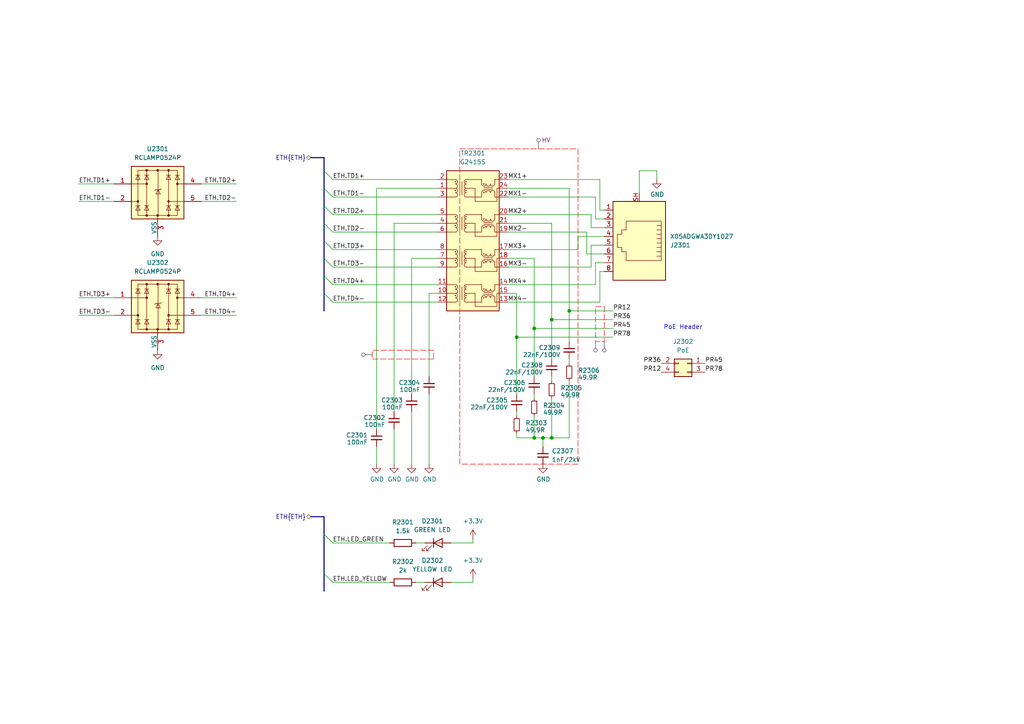
<source format=kicad_sch>
(kicad_sch (version 20250114) (generator "eeschema") (generator_version "9.0")
  (paper "A4")
  (title_block (title "HALPI2") (date "2025-02-26") (rev "v0.1.0") (company "Hat Labs Oy") (comment 1 "https://ohwr.org/cern_ohl_s_v2.pdf") (comment 2 "To view a copy of this license, visit ") (comment 3 "HALPI2 is licensed under CERN-OHL-S v2."))
  (lib_symbols
    (symbol "Connector:RJ45_Shielded" (pin_names (offset 1.016))
      (property "Reference" "J" (at -5.08 13.97 0))
      (property "Value" "RJ45_Shielded" (at 2.54 13.97 0))
      (symbol "RJ45_Shielded_0_1"
        (polyline (pts (xy -6.35 1.905) (xy -5.08 1.905) (xy -5.08 1.905)))
        (polyline (pts (xy -6.35 0.635) (xy -5.08 0.635) (xy -5.08 0.635)))
        (polyline (pts (xy -6.35 -0.635) (xy -5.08 -0.635) (xy -5.08 -0.635)))
        (polyline (pts (xy -6.35 -1.905) (xy -5.08 -1.905) (xy -5.08 -1.905)))
        (polyline (pts (xy -6.35 -3.175) (xy -5.08 -3.175) (xy -5.08 -3.175)))
        (polyline (pts (xy -6.35 -4.445) (xy -6.35 6.985) (xy 3.81 6.985) (xy 3.81 4.445) (xy 5.08 4.445) (xy 5.08 3.175) (xy 6.35 3.175) (xy 6.35 -0.635) (xy 5.08 -0.635) (xy 5.08 -1.905) (xy 3.81 -1.905) (xy 3.81 -4.445) (xy -6.35 -4.445) (xy -6.35 -4.445)))
        (polyline (pts (xy -5.08 5.715) (xy -6.35 5.715)))
        (polyline (pts (xy -5.08 4.445) (xy -6.35 4.445)))
        (polyline (pts (xy -5.08 3.175) (xy -6.35 3.175) (xy -6.35 3.175)))
        (rectangle (start 7.62 12.7) (end -7.62 -10.16) (stroke (width 0.254)) (fill (type background)))
      )
      (symbol "RJ45_Shielded_1_1"
        (pin passive line (at 0 -12.7 90) (length 2.54) (name "~") (number "SH"))
        (pin passive line (at 10.16 10.16 180) (length 2.54) (name "~") (number "8"))
        (pin passive line (at 10.16 7.62 180) (length 2.54) (name "~") (number "7"))
        (pin passive line (at 10.16 5.08 180) (length 2.54) (name "~") (number "6"))
        (pin passive line (at 10.16 2.54 180) (length 2.54) (name "~") (number "5"))
        (pin passive line (at 10.16 0 180) (length 2.54) (name "~") (number "4"))
        (pin passive line (at 10.16 -2.54 180) (length 2.54) (name "~") (number "3"))
        (pin passive line (at 10.16 -5.08 180) (length 2.54) (name "~") (number "2"))
        (pin passive line (at 10.16 -7.62 180) (length 2.54) (name "~") (number "1"))
      )
    )
    (symbol "Connector_Generic:Conn_02x02_Odd_Even" (pin_names (offset 1.016) (hide yes))
      (property "Reference" "J" (at 1.27 2.54 0))
      (property "Value" "Conn_02x02_Odd_Even" (at 1.27 -5.08 0))
      (symbol "Conn_02x02_Odd_Even_1_1"
        (rectangle (start -1.27 1.27) (end 3.81 -3.81) (stroke (width 0.254)) (fill (type background)))
        (rectangle (start -1.27 0.127) (end 0 -0.127) (stroke (width 0.1524)))
        (rectangle (start -1.27 -2.413) (end 0 -2.667) (stroke (width 0.1524)))
        (rectangle (start 3.81 0.127) (end 2.54 -0.127) (stroke (width 0.1524)))
        (rectangle (start 3.81 -2.413) (end 2.54 -2.667) (stroke (width 0.1524)))
        (pin passive line (at -5.08 0 0) (length 3.81) (name "Pin_1") (number "1"))
        (pin passive line (at -5.08 -2.54 0) (length 3.81) (name "Pin_3") (number "3"))
        (pin passive line (at 7.62 0 180) (length 3.81) (name "Pin_2") (number "2"))
        (pin passive line (at 7.62 -2.54 180) (length 3.81) (name "Pin_4") (number "4"))
      )
    )
    (symbol "Device:C_Small" (pin_numbers (hide yes)) (pin_names (offset 0.254) (hide yes))
      (property "Reference" "C" (at 0.254 1.778 0))
      (property "Value" "C_Small" (at 0.254 -2.032 0))
      (symbol "C_Small_0_1"
        (polyline (pts (xy -1.524 0.508) (xy 1.524 0.508)) (stroke (width 0.3048)))
        (polyline (pts (xy -1.524 -0.508) (xy 1.524 -0.508)) (stroke (width 0.3302)))
      )
      (symbol "C_Small_1_1"
        (pin passive line (at 0 2.54 270) (length 2.032) (name "~") (number "1"))
        (pin passive line (at 0 -2.54 90) (length 2.032) (name "~") (number "2"))
      )
    )
    (symbol "Device:LED" (pin_numbers (hide yes)) (pin_names (offset 1.016) (hide yes))
      (property "Reference" "D" (at 0 2.54 0))
      (property "Value" "LED" (at 0 -2.54 0))
      (symbol "LED_0_1"
        (polyline (pts (xy -3.048 -0.762) (xy -4.572 -2.286) (xy -3.81 -2.286) (xy -4.572 -2.286) (xy -4.572 -1.524)))
        (polyline (pts (xy -1.778 -0.762) (xy -3.302 -2.286) (xy -2.54 -2.286) (xy -3.302 -2.286) (xy -3.302 -1.524)))
        (polyline (pts (xy -1.27 0) (xy 1.27 0)))
        (polyline (pts (xy -1.27 -1.27) (xy -1.27 1.27)) (stroke (width 0.254)))
        (polyline (pts (xy 1.27 -1.27) (xy 1.27 1.27) (xy -1.27 0) (xy 1.27 -1.27)) (stroke (width 0.254)))
      )
      (symbol "LED_1_1"
        (pin passive line (at -3.81 0 0) (length 2.54) (name "K") (number "1"))
        (pin passive line (at 3.81 0 180) (length 2.54) (name "A") (number "2"))
      )
    )
    (symbol "Device:R" (pin_numbers (hide yes)) (pin_names (offset 0))
      (property "Reference" "R" (at 2.032 0 90))
      (property "Value" "R" (at 0 0 90))
      (symbol "R_0_1"
        (rectangle (start -1.016 -2.54) (end 1.016 2.54) (stroke (width 0.254)))
      )
      (symbol "R_1_1"
        (pin passive line (at 0 3.81 270) (length 1.27) (name "~") (number "1"))
        (pin passive line (at 0 -3.81 90) (length 1.27) (name "~") (number "2"))
      )
    )
    (symbol "Device:R_Small" (pin_numbers (hide yes)) (pin_names (offset 0.254) (hide yes))
      (property "Reference" "R" (at 0.762 0.508 0))
      (property "Value" "R_Small" (at 0.762 -1.016 0))
      (symbol "R_Small_0_1"
        (rectangle (start -0.762 1.778) (end 0.762 -1.778) (stroke (width 0.2032)))
      )
      (symbol "R_Small_1_1"
        (pin passive line (at 0 2.54 270) (length 0.762) (name "~") (number "1"))
        (pin passive line (at 0 -2.54 90) (length 0.762) (name "~") (number "2"))
      )
    )
    (symbol "Hatlabs:RCLAMP0524P" (pin_names (offset 0))
      (property "Reference" "U" (at -0.635 8.89 0))
      (property "Value" "RCLAMP0524P" (at 8.89 -10.16 0))
      (symbol "RCLAMP0524P_0_0"
        (rectangle (start -5.715 6.477) (end 5.715 -6.604))
        (polyline (pts (xy -3.175 -6.604) (xy -3.175 6.477)))
        (polyline (pts (xy 0.127 6.477) (xy 0.127 -6.604)))
        (polyline (pts (xy 3.175 6.477) (xy 3.175 -6.604)))
      )
      (symbol "RCLAMP0524P_0_1"
        (polyline (pts (xy -7.747 2.54) (xy -3.175 2.54)))
        (rectangle (start -7.62 7.62) (end 7.62 -7.62) (stroke (width 0.254)) (fill (type background)))
        (polyline (pts (xy -7.62 -2.54) (xy -5.715 -2.54)))
        (circle (center -5.715 -2.54) (radius 0.2794) (fill (type outline)))
        (polyline (pts (xy -5.08 5.08) (xy -6.35 5.08)))
        (polyline (pts (xy -5.08 3.81) (xy -6.35 3.81) (xy -5.715 5.08) (xy -5.08 3.81)))
        (polyline (pts (xy -5.08 -3.81) (xy -6.35 -3.81)))
        (polyline (pts (xy -5.08 -5.08) (xy -6.35 -5.08) (xy -5.715 -3.81) (xy -5.08 -5.08)))
        (circle (center -3.175 6.477) (radius 0.2794) (fill (type outline)))
        (circle (center -3.175 2.54) (radius 0.2794) (fill (type outline)))
        (circle (center -3.175 -6.604) (radius 0.2794) (fill (type outline)))
        (polyline (pts (xy -2.54 5.08) (xy -3.81 5.08)))
        (polyline (pts (xy -2.54 3.81) (xy -3.81 3.81) (xy -3.175 5.08) (xy -2.54 3.81)))
        (polyline (pts (xy -2.54 -3.81) (xy -3.81 -3.81)))
        (polyline (pts (xy -2.54 -5.08) (xy -3.81 -5.08) (xy -3.175 -3.81) (xy -2.54 -5.08)))
        (polyline (pts (xy -0.508 0.889) (xy -0.889 0.635)))
        (circle (center 0 6.477) (radius 0.2794) (fill (type outline)))
        (polyline (pts (xy 0 -6.604) (xy 0 -7.62)))
        (circle (center 0 -6.604) (radius 0.2794) (fill (type outline)))
        (polyline (pts (xy 0.762 0.889) (xy -0.508 0.889)))
        (polyline (pts (xy 0.762 0.889) (xy 1.143 1.143)))
        (polyline (pts (xy 0.762 -0.381) (xy -0.508 -0.381) (xy 0.127 0.889) (xy 0.762 -0.381)))
        (circle (center 3.175 6.477) (radius 0.2794) (fill (type outline)))
        (circle (center 3.175 -2.54) (radius 0.2794) (fill (type outline)))
        (circle (center 3.175 -6.604) (radius 0.2794) (fill (type outline)))
        (polyline (pts (xy 3.81 5.08) (xy 2.54 5.08)))
        (polyline (pts (xy 3.81 3.81) (xy 2.54 3.81) (xy 3.175 5.08) (xy 3.81 3.81)))
        (polyline (pts (xy 3.81 -3.81) (xy 2.54 -3.81)))
        (polyline (pts (xy 3.81 -5.08) (xy 2.54 -5.08) (xy 3.175 -3.81) (xy 3.81 -5.08)))
        (circle (center 5.715 2.54) (radius 0.2794) (fill (type outline)))
        (polyline (pts (xy 6.35 5.08) (xy 5.08 5.08)))
        (polyline (pts (xy 6.35 3.81) (xy 5.08 3.81) (xy 5.715 5.08) (xy 6.35 3.81)))
        (polyline (pts (xy 6.35 -3.81) (xy 5.08 -3.81)))
        (polyline (pts (xy 6.35 -5.08) (xy 5.08 -5.08) (xy 5.715 -3.81) (xy 6.35 -5.08)))
        (polyline (pts (xy 7.62 2.54) (xy 5.715 2.54)))
        (polyline (pts (xy 7.62 -2.54) (xy 3.175 -2.54)))
      )
      (symbol "RCLAMP0524P_1_1"
        (pin passive line (at -12.7 2.54 0) (length 5.08) (name "~") (number "1"))
        (pin passive line (at -12.7 2.54 0) (length 5.08) (hide yes) (name "") (number "10"))
        (pin passive line (at -12.7 -2.54 0) (length 5.08) (name "~") (number "2"))
        (pin passive line (at -12.7 -2.54 0) (length 5.08) (hide yes) (name "") (number "9"))
        (pin power_in line (at 0 -12.7 90) (length 5.08) (name "VSS") (number "3"))
        (pin passive line (at 0 -12.7 90) (length 5.08) (hide yes) (name "VSS") (number "8"))
        (pin passive line (at 12.7 2.54 180) (length 5.08) (name "~") (number "4"))
        (pin passive line (at 12.7 2.54 180) (length 5.08) (hide yes) (name "") (number "7"))
        (pin passive line (at 12.7 -2.54 180) (length 5.08) (name "~") (number "5"))
        (pin passive line (at 12.7 -2.54 180) (length 5.08) (hide yes) (name "") (number "6"))
      )
    )
    (symbol "Transformer:30F-51NL" (pin_names (offset 1.016) (hide yes))
      (property "Reference" "TR" (at -6.35 21.59 0))
      (property "Value" "30F-51NL" (at 2.54 21.59 0))
      (symbol "30F-51NL_0_1"
        (rectangle (start -7.62 20.32) (end 7.62 -20.32) (stroke (width 0.254)) (fill (type background)))
        (polyline (pts (xy 0.635 15.24) (xy 0.635 11.43) (xy 6.985 11.43) (xy 6.985 15.24) (xy 7.62 15.24)))
        (polyline (pts (xy 0.635 5.08) (xy 0.635 1.27) (xy 6.985 1.27) (xy 6.985 5.08) (xy 7.62 5.08)))
        (polyline (pts (xy 0.635 -5.08) (xy 0.635 -8.89) (xy 6.985 -8.89) (xy 6.985 -5.08) (xy 7.62 -5.08)))
        (polyline (pts (xy 0.635 -15.24) (xy 0.635 -19.05) (xy 6.985 -19.05) (xy 6.985 -15.24) (xy 7.62 -15.24)))
        (polyline (pts (xy 2.54 17.78) (xy 2.54 16.51)))
        (polyline (pts (xy 2.54 13.97) (xy 2.54 12.7)))
        (polyline (pts (xy 2.54 7.62) (xy 2.54 6.35)))
        (polyline (pts (xy 2.54 3.81) (xy 2.54 2.54)))
        (polyline (pts (xy 2.54 -2.54) (xy 2.54 -3.81)))
        (polyline (pts (xy 2.54 -6.35) (xy 2.54 -7.62)))
        (polyline (pts (xy 2.54 -12.7) (xy 2.54 -13.97)))
        (polyline (pts (xy 2.54 -16.51) (xy 2.54 -17.78)))
        (polyline (pts (xy 6.35 16.51) (xy 6.35 17.78)))
        (polyline (pts (xy 6.35 12.7) (xy 6.35 13.97)))
        (polyline (pts (xy 6.35 6.35) (xy 6.35 7.62)))
        (polyline (pts (xy 6.35 2.54) (xy 6.35 3.81)))
        (polyline (pts (xy 6.35 -3.81) (xy 6.35 -2.54)))
        (polyline (pts (xy 6.35 -7.62) (xy 6.35 -6.35)))
        (polyline (pts (xy 6.35 -13.97) (xy 6.35 -12.7)))
        (polyline (pts (xy 6.35 -17.78) (xy 6.35 -16.51)))
        (polyline (pts (xy 7.62 15.24) (xy 7.62 15.24)))
        (pin passive line (at -10.16 17.78 0) (length 2.54) (name "TD1+") (number "2"))
        (pin passive line (at -10.16 15.24 0) (length 2.54) (name "CT") (number "1"))
        (pin passive line (at -10.16 12.7 0) (length 2.54) (name "TD1-") (number "3"))
        (pin passive line (at -10.16 7.62 0) (length 2.54) (name "TD2+") (number "5"))
        (pin passive line (at -10.16 5.08 0) (length 2.54) (name "CT") (number "4"))
        (pin passive line (at -10.16 2.54 0) (length 2.54) (name "TD2-") (number "6"))
        (pin passive line (at -10.16 -2.54 0) (length 2.54) (name "TD3+") (number "8"))
        (pin passive line (at -10.16 -5.08 0) (length 2.54) (name "CT") (number "7"))
        (pin passive line (at -10.16 -7.62 0) (length 2.54) (name "TD3-") (number "9"))
        (pin passive line (at -10.16 -12.7 0) (length 2.54) (name "TD4+") (number "11"))
        (pin passive line (at -10.16 -15.24 0) (length 2.54) (name "CT") (number "10"))
        (pin passive line (at -10.16 -17.78 0) (length 2.54) (name "TD4-") (number "12"))
        (pin passive line (at 10.16 17.78 180) (length 2.54) (name "MX1+") (number "23"))
        (pin passive line (at 10.16 15.24 180) (length 2.54) (name "CT") (number "24"))
        (pin passive line (at 10.16 12.7 180) (length 2.54) (name "MX1-") (number "22"))
        (pin passive line (at 10.16 7.62 180) (length 2.54) (name "MX2+") (number "20"))
        (pin passive line (at 10.16 5.08 180) (length 2.54) (name "CT") (number "21"))
        (pin passive line (at 10.16 2.54 180) (length 2.54) (name "MX2-") (number "19"))
        (pin passive line (at 10.16 -2.54 180) (length 2.54) (name "MX3+") (number "17"))
        (pin passive line (at 10.16 -5.08 180) (length 2.54) (name "CT") (number "18"))
        (pin passive line (at 10.16 -7.62 180) (length 2.54) (name "MX3-") (number "16"))
        (pin passive line (at 10.16 -12.7 180) (length 2.54) (name "MX4+") (number "14"))
        (pin passive line (at 10.16 -15.24 180) (length 2.54) (name "CT") (number "15"))
        (pin passive line (at 10.16 -17.78 180) (length 2.54) (name "MX4-") (number "13"))
      )
      (symbol "30F-51NL_1_1"
        (polyline (pts (xy -7.62 17.78) (xy -6.35 17.78)))
        (polyline (pts (xy -7.62 15.24) (xy -6.35 15.24)))
        (polyline (pts (xy -7.62 12.7) (xy -6.35 12.7)))
        (polyline (pts (xy -7.62 7.62) (xy -6.35 7.62)))
        (polyline (pts (xy -7.62 5.08) (xy -6.35 5.08)))
        (polyline (pts (xy -7.62 2.54) (xy -6.35 2.54)))
        (polyline (pts (xy -7.62 -2.54) (xy -6.35 -2.54)))
        (polyline (pts (xy -7.62 -5.08) (xy -6.35 -5.08)))
        (polyline (pts (xy -7.62 -7.62) (xy -6.35 -7.62)))
        (polyline (pts (xy -7.62 -12.7) (xy -6.35 -12.7)))
        (polyline (pts (xy -7.62 -15.24) (xy -6.35 -15.24)))
        (polyline (pts (xy -7.62 -17.78) (xy -6.35 -17.78)))
        (polyline (pts (xy -6.35 17.78) (xy -5.08 17.78)))
        (polyline (pts (xy -6.35 15.24) (xy -5.08 15.24)))
        (polyline (pts (xy -6.35 12.7) (xy -5.08 12.7)))
        (polyline (pts (xy -6.35 7.62) (xy -5.08 7.62)))
        (polyline (pts (xy -6.35 5.08) (xy -5.08 5.08)))
        (polyline (pts (xy -6.35 2.54) (xy -5.08 2.54)))
        (polyline (pts (xy -6.35 -2.54) (xy -5.08 -2.54)))
        (polyline (pts (xy -6.35 -5.08) (xy -5.08 -5.08)))
        (polyline (pts (xy -6.35 -7.62) (xy -5.08 -7.62)))
        (polyline (pts (xy -6.35 -12.7) (xy -5.08 -12.7)))
        (polyline (pts (xy -6.35 -15.24) (xy -5.08 -15.24)))
        (polyline (pts (xy -6.35 -17.78) (xy -5.08 -17.78)))
        (arc (start -5.08 17.78) (mid -4.4477 17.145) (end -5.08 16.51))
        (arc (start -5.08 16.51) (mid -4.4477 15.875) (end -5.08 15.24))
        (arc (start -5.08 15.24) (mid -4.4477 14.605) (end -5.08 13.97))
        (arc (start -5.08 13.97) (mid -4.4477 13.335) (end -5.08 12.7))
        (arc (start -5.08 7.62) (mid -4.4477 6.985) (end -5.08 6.35))
        (arc (start -5.08 6.35) (mid -4.4477 5.715) (end -5.08 5.08))
        (arc (start -5.08 5.08) (mid -4.4477 4.445) (end -5.08 3.81))
        (arc (start -5.08 3.81) (mid -4.4477 3.175) (end -5.08 2.54))
        (arc (start -5.08 -2.54) (mid -4.4477 -3.175) (end -5.08 -3.81))
        (arc (start -5.08 -3.81) (mid -4.4477 -4.445) (end -5.08 -5.08))
        (arc (start -5.08 -5.08) (mid -4.4477 -5.715) (end -5.08 -6.35))
        (arc (start -5.08 -6.35) (mid -4.4477 -6.985) (end -5.08 -7.62))
        (arc (start -5.08 -12.7) (mid -4.4477 -13.335) (end -5.08 -13.97))
        (arc (start -5.08 -13.97) (mid -4.4477 -14.605) (end -5.08 -15.24))
        (arc (start -5.08 -15.24) (mid -4.4477 -15.875) (end -5.08 -16.51))
        (arc (start -5.08 -16.51) (mid -4.4477 -17.145) (end -5.08 -17.78))
        (circle (center -5.08 17.145) (radius 0.127))
        (circle (center -5.08 14.605) (radius 0.127))
        (circle (center -5.08 6.985) (radius 0.127))
        (circle (center -5.08 4.445) (radius 0.127))
        (circle (center -5.08 -3.175) (radius 0.127))
        (circle (center -5.08 -5.715) (radius 0.127))
        (circle (center -5.08 -13.335) (radius 0.127))
        (circle (center -5.08 -15.875) (radius 0.127))
        (polyline (pts (xy -3.81 13.335) (xy -3.81 17.145)))
        (polyline (pts (xy -3.81 3.175) (xy -3.81 6.985)))
        (polyline (pts (xy -3.81 -6.985) (xy -3.81 -3.175)))
        (polyline (pts (xy -3.81 -17.145) (xy -3.81 -13.335)))
        (polyline (pts (xy -3.175 13.335) (xy -3.175 17.145)))
        (polyline (pts (xy -3.175 3.175) (xy -3.175 6.985)))
        (polyline (pts (xy -3.175 -6.985) (xy -3.175 -3.175)))
        (polyline (pts (xy -3.175 -17.145) (xy -3.175 -13.335)))
        (circle (center -2.032 17.145) (radius 0.127))
        (circle (center -2.032 14.605) (radius 0.127))
        (circle (center -2.032 6.985) (radius 0.127))
        (circle (center -2.032 4.445) (radius 0.127))
        (circle (center -2.032 -3.175) (radius 0.127))
        (circle (center -2.032 -5.715) (radius 0.127))
        (circle (center -2.032 -13.335) (radius 0.127))
        (circle (center -2.032 -15.875) (radius 0.127))
        (arc (start -1.905 16.51) (mid -2.5373 17.145) (end -1.905 17.78))
        (arc (start -1.905 15.24) (mid -2.5373 15.875) (end -1.905 16.51))
        (arc (start -1.905 13.97) (mid -2.5373 14.605) (end -1.905 15.24))
        (arc (start -1.905 12.7) (mid -2.5373 13.335) (end -1.905 13.97))
        (arc (start -1.905 6.35) (mid -2.5373 6.985) (end -1.905 7.62))
        (arc (start -1.905 5.08) (mid -2.5373 5.715) (end -1.905 6.35))
        (arc (start -1.905 3.81) (mid -2.5373 4.445) (end -1.905 5.08))
        (arc (start -1.905 2.54) (mid -2.5373 3.175) (end -1.905 3.81))
        (arc (start -1.905 -3.81) (mid -2.5373 -3.175) (end -1.905 -2.54))
        (arc (start -1.905 -5.08) (mid -2.5373 -4.445) (end -1.905 -3.81))
        (arc (start -1.905 -6.35) (mid -2.5373 -5.715) (end -1.905 -5.08))
        (arc (start -1.905 -7.62) (mid -2.5373 -6.985) (end -1.905 -6.35))
        (arc (start -1.905 -13.97) (mid -2.5373 -13.335) (end -1.905 -12.7))
        (arc (start -1.905 -15.24) (mid -2.5373 -14.605) (end -1.905 -13.97))
        (arc (start -1.905 -16.51) (mid -2.5373 -15.875) (end -1.905 -15.24))
        (arc (start -1.905 -17.78) (mid -2.5373 -17.145) (end -1.905 -16.51))
        (polyline (pts (xy 0.635 15.24) (xy -1.905 15.24)))
        (polyline (pts (xy 0.635 5.08) (xy -1.905 5.08)))
        (polyline (pts (xy 0.635 -5.08) (xy -1.905 -5.08)))
        (polyline (pts (xy 0.635 -15.24) (xy -1.905 -15.24)))
        (polyline (pts (xy 2.54 17.78) (xy -1.905 17.78)))
        (polyline (pts (xy 2.54 12.7) (xy -1.905 12.7)))
        (polyline (pts (xy 2.54 7.62) (xy -1.905 7.62)))
        (polyline (pts (xy 2.54 2.54) (xy -1.905 2.54)))
        (polyline (pts (xy 2.54 -2.54) (xy -1.905 -2.54)))
        (polyline (pts (xy 2.54 -7.62) (xy -1.905 -7.62)))
        (polyline (pts (xy 2.54 -12.7) (xy -1.905 -12.7)))
        (polyline (pts (xy 2.54 -17.78) (xy -1.905 -17.78)))
        (arc (start 3.81 16.51) (mid 3.175 15.8777) (end 2.54 16.51))
        (circle (center 3.175 16.51) (radius 0.127))
        (circle (center 3.175 13.97) (radius 0.127))
        (arc (start 2.54 13.97) (mid 3.175 14.6023) (end 3.81 13.97))
        (arc (start 3.81 6.35) (mid 3.175 5.7177) (end 2.54 6.35))
        (circle (center 3.175 6.35) (radius 0.127))
        (circle (center 3.175 3.81) (radius 0.127))
        (arc (start 2.54 3.81) (mid 3.175 4.4423) (end 3.81 3.81))
        (arc (start 3.81 -3.81) (mid 3.175 -4.4423) (end 2.54 -3.81))
        (circle (center 3.175 -3.81) (radius 0.127))
        (circle (center 3.175 -6.35) (radius 0.127))
        (arc (start 2.54 -6.35) (mid 3.175 -5.7177) (end 3.81 -6.35))
        (arc (start 3.81 -13.97) (mid 3.175 -14.6023) (end 2.54 -13.97))
        (circle (center 3.175 -13.97) (radius 0.127))
        (circle (center 3.175 -16.51) (radius 0.127))
        (arc (start 2.54 -16.51) (mid 3.175 -15.8777) (end 3.81 -16.51))
        (arc (start 5.08 16.51) (mid 4.445 15.8777) (end 3.81 16.51))
        (arc (start 3.81 13.97) (mid 4.445 14.6023) (end 5.08 13.97))
        (arc (start 5.08 6.35) (mid 4.445 5.7177) (end 3.81 6.35))
        (arc (start 3.81 3.81) (mid 4.445 4.4423) (end 5.08 3.81))
        (arc (start 5.08 -3.81) (mid 4.445 -4.4423) (end 3.81 -3.81))
        (arc (start 3.81 -6.35) (mid 4.445 -5.7177) (end 5.08 -6.35))
        (arc (start 5.08 -13.97) (mid 4.445 -14.6023) (end 3.81 -13.97))
        (arc (start 3.81 -16.51) (mid 4.445 -15.8777) (end 5.08 -16.51))
        (arc (start 6.35 16.51) (mid 5.715 15.8777) (end 5.08 16.51))
        (polyline (pts (xy 5.715 15.494) (xy 3.175 15.494)))
        (polyline (pts (xy 5.715 14.986) (xy 3.175 14.986)))
        (arc (start 5.08 13.97) (mid 5.715 14.6023) (end 6.35 13.97))
        (arc (start 6.35 6.35) (mid 5.715 5.7177) (end 5.08 6.35))
        (polyline (pts (xy 5.715 5.334) (xy 3.175 5.334)))
        (polyline (pts (xy 5.715 4.826) (xy 3.175 4.826)))
        (arc (start 5.08 3.81) (mid 5.715 4.4423) (end 6.35 3.81))
        (arc (start 6.35 -3.81) (mid 5.715 -4.4423) (end 5.08 -3.81))
        (polyline (pts (xy 5.715 -4.826) (xy 3.175 -4.826)))
        (polyline (pts (xy 5.715 -5.334) (xy 3.175 -5.334)))
        (arc (start 5.08 -6.35) (mid 5.715 -5.7177) (end 6.35 -6.35))
        (arc (start 6.35 -13.97) (mid 5.715 -14.6023) (end 5.08 -13.97))
        (polyline (pts (xy 5.715 -14.986) (xy 3.175 -14.986)))
        (polyline (pts (xy 5.715 -15.494) (xy 3.175 -15.494)))
        (arc (start 5.08 -16.51) (mid 5.715 -15.8777) (end 6.35 -16.51))
        (polyline (pts (xy 7.62 17.78) (xy 6.35 17.78)))
        (polyline (pts (xy 7.62 12.7) (xy 6.35 12.7)))
        (polyline (pts (xy 7.62 7.62) (xy 6.35 7.62)))
        (polyline (pts (xy 7.62 2.54) (xy 6.35 2.54)))
        (polyline (pts (xy 7.62 -2.54) (xy 6.35 -2.54)))
        (polyline (pts (xy 7.62 -7.62) (xy 6.35 -7.62)))
        (polyline (pts (xy 7.62 -12.7) (xy 6.35 -12.7)))
        (polyline (pts (xy 7.62 -17.78) (xy 6.35 -17.78)))
      )
    )
    (symbol "power:+3.3V" (power) (pin_numbers (hide yes)) (pin_names (offset 0) (hide yes))
      (property "Value" "+3.3V" (at 0 3.556 0))
      (symbol "+3.3V_0_1"
        (polyline (pts (xy -0.762 1.27) (xy 0 2.54)))
        (polyline (pts (xy 0 2.54) (xy 0.762 1.27)))
        (polyline (pts (xy 0 0) (xy 0 2.54)))
      )
      (symbol "+3.3V_1_1"
        (pin power_in line (at 0 0 90) (length 0) (name "~") (number "1"))
      )
    )
    (symbol "power:GND" (power) (pin_numbers (hide yes)) (pin_names (offset 0) (hide yes))
      (property "Value" "GND" (at 0 -3.81 0))
      (symbol "GND_0_1"
        (polyline (pts (xy 0 0) (xy 0 -1.27) (xy 1.27 -1.27) (xy 0 -2.54) (xy -1.27 -1.27) (xy 0 -1.27)))
      )
      (symbol "GND_1_1"
        (pin power_in line (at 0 0 270) (length 0) (name "~") (number "1"))
      )
    )
  )
  (bus_alias "ETH" (members "TD1+" "TD1-" "TD2+" "TD2-" "TD3+" "TD3-" "TD4+" "TD4-" "LED_YELLOW" "LED_GREEN"))
  (bus_alias "PoE" (members "VC1" "VC2" "VC3" "VC4"))
  (text "PoE Header" (at 198.12 94.996 0) (effects (font (size 1.27 1.27))))
  (junction (at 154.94 95.25))
  (junction (at 160.02 127))
  (junction (at 154.94 127))
  (junction (at 160.02 92.71))
  (junction (at 149.86 97.79))
  (junction (at 165.1 90.17))
  (junction (at 157.48 127))
  (bus_entry (at 93.98 49.53) (size 2.54 2.54) (stroke (width 0.1524)))
  (bus_entry (at 93.98 69.85) (size 2.54 2.54) (stroke (width 0.1524)))
  (bus_entry (at 93.98 59.69) (size 2.54 2.54) (stroke (width 0.1524)))
  (bus_entry (at 93.98 54.61) (size 2.54 2.54) (stroke (width 0.1524)))
  (bus_entry (at 93.98 64.77) (size 2.54 2.54) (stroke (width 0.1524)))
  (bus_entry (at 93.98 80.01) (size 2.54 2.54) (stroke (width 0.1524)))
  (bus_entry (at 93.98 154.94) (size 2.54 2.54))
  (bus_entry (at 93.98 85.09) (size 2.54 2.54) (stroke (width 0.1524)))
  (bus_entry (at 93.98 74.93) (size 2.54 2.54) (stroke (width 0.1524)))
  (bus_entry (at 93.98 166.37) (size 2.54 2.54))
  (wire (pts (xy 165.1 110.49) (xy 165.1 127)))
  (wire (pts (xy 190.5 52.07) (xy 190.5 49.53)))
  (wire (pts (xy 165.1 54.61) (xy 165.1 90.17)))
  (wire (pts (xy 147.32 82.55) (xy 172.72 82.55)))
  (wire (pts (xy 175.26 78.74) (xy 173.99 78.74)))
  (wire (pts (xy 22.86 58.42) (xy 33.02 58.42)))
  (wire (pts (xy 160.02 109.22) (xy 160.02 110.49)))
  (bus (pts (xy 93.98 49.53) (xy 93.98 54.61)))
  (wire (pts (xy 120.65 157.48) (xy 123.19 157.48)))
  (bus (pts (xy 93.98 74.93) (xy 93.98 80.01)))
  (bus (pts (xy 93.98 80.01) (xy 93.98 85.09)))
  (bus (pts (xy 93.98 149.86) (xy 93.98 154.94)))
  (wire (pts (xy 96.52 62.23) (xy 127 62.23)))
  (wire (pts (xy 170.18 73.66) (xy 170.18 67.31)))
  (wire (pts (xy 154.94 115.57) (xy 154.94 114.3)))
  (wire (pts (xy 154.94 74.93) (xy 147.32 74.93)))
  (bus (pts (xy 93.98 166.37) (xy 93.98 171.45)))
  (wire (pts (xy 160.02 64.77) (xy 147.32 64.77)))
  (wire (pts (xy 160.02 115.57) (xy 160.02 127)))
  (wire (pts (xy 149.86 85.09) (xy 149.86 97.79)))
  (wire (pts (xy 165.1 105.41) (xy 165.1 104.14)))
  (wire (pts (xy 172.72 63.5) (xy 172.72 57.15)))
  (wire (pts (xy 109.22 134.62) (xy 109.22 129.54)))
  (wire (pts (xy 167.64 68.58) (xy 167.64 72.39)))
  (wire (pts (xy 58.42 86.36) (xy 68.58 86.36)))
  (wire (pts (xy 175.26 71.12) (xy 171.45 71.12)))
  (wire (pts (xy 96.52 157.48) (xy 113.03 157.48)))
  (wire (pts (xy 22.86 53.34) (xy 33.02 53.34)))
  (wire (pts (xy 171.45 66.04) (xy 171.45 62.23)))
  (bus (pts (xy 93.98 85.09) (xy 93.98 90.17)))
  (wire (pts (xy 157.48 127) (xy 160.02 127)))
  (bus (pts (xy 93.98 45.72) (xy 93.98 49.53)))
  (wire (pts (xy 124.46 134.62) (xy 124.46 114.3)))
  (wire (pts (xy 190.5 49.53) (xy 185.42 49.53)))
  (wire (pts (xy 22.86 91.44) (xy 33.02 91.44)))
  (wire (pts (xy 154.94 74.93) (xy 154.94 95.25)))
  (wire (pts (xy 171.45 77.47) (xy 147.32 77.47)))
  (bus (pts (xy 93.98 54.61) (xy 93.98 59.69)))
  (wire (pts (xy 171.45 71.12) (xy 171.45 77.47)))
  (wire (pts (xy 130.81 157.48) (xy 137.16 157.48)))
  (wire (pts (xy 114.3 119.38) (xy 114.3 64.77)))
  (bus (pts (xy 93.98 64.77) (xy 93.98 69.85)))
  (wire (pts (xy 175.26 76.2) (xy 172.72 76.2)))
  (wire (pts (xy 157.48 129.54) (xy 157.48 127)))
  (bus (pts (xy 93.98 69.85) (xy 93.98 74.93)))
  (wire (pts (xy 177.8 90.17) (xy 165.1 90.17)))
  (wire (pts (xy 137.16 167.64) (xy 137.16 168.91)))
  (wire (pts (xy 160.02 64.77) (xy 160.02 92.71)))
  (wire (pts (xy 119.38 134.62) (xy 119.38 119.38)))
  (wire (pts (xy 175.26 60.96) (xy 173.99 60.96)))
  (wire (pts (xy 165.1 54.61) (xy 147.32 54.61)))
  (wire (pts (xy 114.3 64.77) (xy 127 64.77)))
  (wire (pts (xy 154.94 127) (xy 157.48 127)))
  (wire (pts (xy 173.99 60.96) (xy 173.99 52.07)))
  (wire (pts (xy 185.42 49.53) (xy 185.42 55.88)))
  (wire (pts (xy 124.46 85.09) (xy 127 85.09)))
  (wire (pts (xy 96.52 67.31) (xy 127 67.31)))
  (wire (pts (xy 173.99 52.07) (xy 147.32 52.07)))
  (wire (pts (xy 165.1 90.17) (xy 165.1 99.06)))
  (wire (pts (xy 172.72 57.15) (xy 147.32 57.15)))
  (bus (pts (xy 93.98 59.69) (xy 93.98 64.77)))
  (wire (pts (xy 96.52 57.15) (xy 127 57.15)))
  (wire (pts (xy 149.86 125.73) (xy 149.86 127)))
  (wire (pts (xy 149.86 120.65) (xy 149.86 119.38)))
  (bus (pts (xy 93.98 154.94) (xy 93.98 166.37)))
  (wire (pts (xy 96.52 82.55) (xy 127 82.55)))
  (wire (pts (xy 109.22 54.61) (xy 109.22 124.46)))
  (wire (pts (xy 154.94 95.25) (xy 177.8 95.25)))
  (wire (pts (xy 175.26 73.66) (xy 170.18 73.66)))
  (wire (pts (xy 160.02 92.71) (xy 160.02 104.14)))
  (bus (pts (xy 90.17 149.86) (xy 93.98 149.86)))
  (wire (pts (xy 149.86 97.79) (xy 177.8 97.79)))
  (wire (pts (xy 167.64 72.39) (xy 147.32 72.39)))
  (wire (pts (xy 137.16 156.21) (xy 137.16 157.48)))
  (wire (pts (xy 120.65 168.91) (xy 123.19 168.91)))
  (wire (pts (xy 175.26 68.58) (xy 167.64 68.58)))
  (wire (pts (xy 96.52 168.91) (xy 113.03 168.91)))
  (wire (pts (xy 58.42 58.42) (xy 68.58 58.42)))
  (wire (pts (xy 149.86 127) (xy 154.94 127)))
  (wire (pts (xy 96.52 52.07) (xy 127 52.07)))
  (bus (pts (xy 90.17 45.72) (xy 93.98 45.72)))
  (wire (pts (xy 147.32 87.63) (xy 173.99 87.63)))
  (wire (pts (xy 149.86 97.79) (xy 149.86 114.3)))
  (wire (pts (xy 175.26 66.04) (xy 171.45 66.04)))
  (wire (pts (xy 165.1 127) (xy 160.02 127)))
  (wire (pts (xy 175.26 63.5) (xy 172.72 63.5)))
  (wire (pts (xy 22.86 86.36) (xy 33.02 86.36)))
  (wire (pts (xy 58.42 53.34) (xy 68.58 53.34)))
  (wire (pts (xy 114.3 134.62) (xy 114.3 124.46)))
  (wire (pts (xy 160.02 92.71) (xy 177.8 92.71)))
  (wire (pts (xy 173.99 78.74) (xy 173.99 87.63)))
  (wire (pts (xy 109.22 54.61) (xy 127 54.61)))
  (wire (pts (xy 96.52 87.63) (xy 127 87.63)))
  (wire (pts (xy 172.72 76.2) (xy 172.72 82.55)))
  (wire (pts (xy 96.52 77.47) (xy 127 77.47)))
  (wire (pts (xy 119.38 74.93) (xy 127 74.93)))
  (wire (pts (xy 137.16 168.91) (xy 130.81 168.91)))
  (wire (pts (xy 154.94 120.65) (xy 154.94 127)))
  (wire (pts (xy 96.52 72.39) (xy 127 72.39)))
  (wire (pts (xy 149.86 85.09) (xy 147.32 85.09)))
  (wire (pts (xy 154.94 109.22) (xy 154.94 95.25)))
  (wire (pts (xy 58.42 91.44) (xy 68.58 91.44)))
  (wire (pts (xy 124.46 85.09) (xy 124.46 109.22)))
  (wire (pts (xy 147.32 62.23) (xy 171.45 62.23)))
  (wire (pts (xy 170.18 67.31) (xy 147.32 67.31)))
  (wire (pts (xy 119.38 114.3) (xy 119.38 74.93)))
  (label "PR36" (at 177.8 92.71 0))
  (label "MX2-" (at 147.32 67.31 0))
  (label "PR45" (at 204.47 105.41 0))
  (label "ETH.TD1+" (at 96.52 52.07 0))
  (label "MX2+" (at 147.32 62.23 0))
  (label "ETH.TD2-" (at 68.58 58.42 180))
  (label "MX4+" (at 147.32 82.55 0))
  (label "ETH.TD4-" (at 68.58 91.44 180))
  (label "PR12" (at 191.77 107.95 180))
  (label "MX4-" (at 147.32 87.63 0))
  (label "ETH.TD1-" (at 96.52 57.15 0))
  (label "ETH.TD3+" (at 22.86 86.36 0))
  (label "ETH.TD2+" (at 68.58 53.34 180))
  (label "ETH.TD2-" (at 96.52 67.31 0))
  (label "PR78" (at 204.47 107.95 0))
  (label "ETH.TD1+" (at 22.86 53.34 0))
  (label "ETH.TD4+" (at 68.58 86.36 180))
  (label "ETH.TD3+" (at 96.52 72.39 0))
  (label "PR36" (at 191.77 105.41 180))
  (label "MX3-" (at 147.32 77.47 0))
  (label "ETH.TD3-" (at 22.86 91.44 0))
  (label "PR45" (at 177.8 95.25 0))
  (label "ETH.TD1-" (at 22.86 58.42 0))
  (label "ETH.TD2+" (at 96.52 62.23 0))
  (label "PR78" (at 177.8 97.79 0))
  (label "PR12" (at 177.8 90.17 0))
  (label "MX1-" (at 147.32 57.15 0))
  (label "ETH.TD4+" (at 96.52 82.55 0))
  (label "ETH.TD3-" (at 96.52 77.47 0))
  (label "MX1+" (at 147.32 52.07 0))
  (label "MX3+" (at 147.32 72.39 0))
  (label "ETH.LED_YELLOW" (at 96.52 168.91 0))
  (label "ETH.LED_GREEN" (at 96.52 157.48 0))
  (label "ETH.TD4-" (at 96.52 87.63 0))
  (hierarchical_label "ETH{ETH}" (shape bidirectional) (at 90.17 149.86 180))
  (hierarchical_label "ETH{ETH}" (shape bidirectional) (at 90.17 45.72 180))
  (rule_area (polyline (pts (xy 167.64 43.18) (xy 167.64 134.62) (xy 133.35 134.62) (xy 133.35 43.18)) (stroke (width 0) (type dash))))
  (rule_area (polyline (pts (xy 125.73 104.14) (xy 107.95 104.14) (xy 107.95 101.6) (xy 125.73 101.6)) (stroke (width 0) (type dash))))
  (rule_area (polyline (pts (xy 175.26 88.9) (xy 175.26 99.06) (xy 172.72 99.06) (xy 172.72 88.9)) (stroke (width 0) (type dash))))
  (netclass_flag "" (length 2.54) (shape round) (at 172.72 99.06 180) (property "Netclass" "Power" (effects (hide yes))))
  (netclass_flag "" (length 2.54) (shape round) (at 175.26 99.06 180) (property "Netclass" "PoETap" (effects (hide yes))))
  (netclass_flag "" (length 2.54) (shape round) (at 156.21 43.18 0) (property "Netclass" "HV" (at 157.099 40.64 0) (effects (justify left))))
  (netclass_flag "" (length 2.54) (shape round) (at 107.95 102.87 90) (property "Netclass" "Analog" (effects (hide yes))))
  (symbol (lib_id "Device:R") (at 116.84 168.91 90) (unit 1)
    (property "Reference" "R2302" (at 116.84 162.8775 90))
    (property "Value" "2k" (at 116.84 165.4175 90))
    (property "Footprint" "Resistor_SMD:R_0402_1005Metric" (effects (hide yes)))
    (property "Description" "Resistor" (effects (hide yes)))
    (property "LCSC" "C4109" (effects (hide yes)))
  )
  (symbol (lib_id "Device:C_Small") (at 157.48 132.08 0) (mirror y) (unit 1)
    (property "Reference" "C2307" (at 160.02 130.8162 0) (effects (justify right)))
    (property "Value" "1nF/2kV" (at 160.02 133.3562 0) (effects (justify right)))
    (property "Footprint" "Capacitor_SMD:C_1206_3216Metric" (effects (hide yes)))
    (property "Description" "Unpolarized capacitor, small symbol" (effects (hide yes)))
    (property "LCSC" "C9196" (effects (hide yes)))
  )
  (symbol (lib_id "Device:R") (at 116.84 157.48 90) (unit 1)
    (property "Reference" "R2301" (at 116.84 151.4475 90))
    (property "Value" "1.5k" (at 116.84 153.9875 90))
    (property "Footprint" "Resistor_SMD:R_0402_1005Metric" (effects (hide yes)))
    (property "Description" "Resistor" (effects (hide yes)))
    (property "LCSC" "C25867" (effects (hide yes)))
  )
  (symbol (lib_id "Connector:RJ45_Shielded") (at 185.42 68.58 180) (unit 1)
    (property "Reference" "J2301" (at 194.31 71.1201 0) (effects (justify right)))
    (property "Value" "X05ADGWA3DY1027" (at 194.31 68.5801 0) (effects (justify right)))
    (property "Footprint" "Hatlabs:RJ45-TH_XKB_X05ADGWA3DY1027" (effects (hide yes)))
    (property "Description" "RJ connector, 8P8C (8 positions 8 connected), Shielded" (effects (hide yes)))
    (property "LCSC" "C2916454" (effects (hide yes)))
    (property "Component Class" "fine_pitch" (effects (hide yes)))
  )
  (symbol (lib_id "Device:LED") (at 127 168.91 0) (unit 1)
    (property "Reference" "D2302" (at 125.4125 162.56 0))
    (property "Value" "YELLOW LED" (at 125.4125 165.1 0))
    (property "Footprint" "LED_SMD:LED_0603_1608Metric" (effects (hide yes)))
    (property "Description" "Light emitting diode" (effects (hide yes)))
    (property "LCSC" "C72038" (effects (hide yes)))
    (property "Sim.Pins" "1=K 2=A" (effects (hide yes)))
  )
  (symbol (lib_id "power:GND") (at 157.48 134.62 0) (unit 1)
    (property "Reference" "#PWR02309" (effects (hide yes)))
    (property "Value" "GND" (at 157.607 139.0142 0))
    (property "Description" "Power symbol creates a global label with name \"GND\" , ground" (effects (hide yes)))
  )
  (symbol (lib_id "Device:C_Small") (at 124.46 111.76 0) (unit 1)
    (property "Reference" "C2304" (at 121.92 110.998 0) (effects (justify right)))
    (property "Value" "100nF" (at 121.92 113.0362 0) (effects (justify right)))
    (property "Footprint" "Capacitor_SMD:C_0402_1005Metric" (effects (hide yes)))
    (property "Description" "Unpolarized capacitor, small symbol" (effects (hide yes)))
    (property "LCSC" "C1525" (effects (hide yes)))
  )
  (symbol (lib_id "Transformer:30F-51NL") (at 137.16 69.85 0) (unit 1)
    (property "Reference" "TR2301" (at 137.16 44.45 0))
    (property "Value" "G2415S" (at 137.16 46.99 0))
    (property "Footprint" "Transformer_SMD:Transformer_Ethernet_YDS_30F-51NL_SO-24_7.1x15.1mm" (effects (hide yes)))
    (property "Datasheet" "https://www.lcsc.com/datasheet/lcsc_datasheet_2410141446_CND-tek-G2415S_C3003219.pdf" (effects (hide yes)))
    (property "Description" "1CT:1CT 10/100/1000 Base-T Ethernet Transformer, SMD-24" (effects (hide yes)))
    (property "LCSC" "C3003219" (effects (hide yes)))
    (property "Component Class" "fine_pitch" (effects (hide yes)))
    (property "JLCPCB_CORRECTION" "0;0;270" (effects (hide yes)))
  )
  (symbol (lib_id "Device:C_Small") (at 165.1 101.6 0) (mirror y) (unit 1)
    (property "Reference" "C2309" (at 162.56 100.838 0) (effects (justify left)))
    (property "Value" "22nF/100V" (at 162.56 102.8762 0) (effects (justify left)))
    (property "Footprint" "Capacitor_SMD:C_0603_1608Metric" (effects (hide yes)))
    (property "Description" "Unpolarized capacitor, small symbol" (effects (hide yes)))
    (property "LCSC" "C313083" (effects (hide yes)))
  )
  (symbol (lib_id "Device:C_Small") (at 154.94 111.76 0) (mirror y) (unit 1)
    (property "Reference" "C2306" (at 152.4 110.998 0) (effects (justify left)))
    (property "Value" "22nF/100V" (at 152.4 113.0362 0) (effects (justify left)))
    (property "Footprint" "Capacitor_SMD:C_0603_1608Metric" (effects (hide yes)))
    (property "Description" "Unpolarized capacitor, small symbol" (effects (hide yes)))
    (property "LCSC" "C313083" (effects (hide yes)))
  )
  (symbol (lib_id "Device:R_Small") (at 165.1 107.95 0) (unit 1)
    (property "Reference" "R2306" (at 167.64 107.442 0) (effects (justify left)))
    (property "Value" "49.9R" (at 167.64 109.474 0) (effects (justify left)))
    (property "Footprint" "Resistor_SMD:R_0402_1005Metric" (effects (hide yes)))
    (property "Description" "Resistor, small symbol" (effects (hide yes)))
    (property "LCSC" "C25120" (effects (hide yes)))
  )
  (symbol (lib_id "Device:R_Small") (at 149.86 123.19 0) (mirror y) (unit 1)
    (property "Reference" "R2303" (at 152.4 122.682 0) (effects (justify right)))
    (property "Value" "49.9R" (at 152.4 124.714 0) (effects (justify right)))
    (property "Footprint" "Resistor_SMD:R_0402_1005Metric" (effects (hide yes)))
    (property "Description" "Resistor, small symbol" (effects (hide yes)))
    (property "LCSC" "C25120" (effects (hide yes)))
  )
  (symbol (lib_id "Device:C_Small") (at 149.86 116.84 0) (mirror y) (unit 1)
    (property "Reference" "C2305" (at 147.32 116.078 0) (effects (justify left)))
    (property "Value" "22nF/100V" (at 147.32 118.1162 0) (effects (justify left)))
    (property "Footprint" "Capacitor_SMD:C_0603_1608Metric" (effects (hide yes)))
    (property "Description" "Unpolarized capacitor, small symbol" (effects (hide yes)))
    (property "LCSC" "C313083" (effects (hide yes)))
  )
  (symbol (lib_id "power:GND") (at 45.72 68.58 0) (unit 1)
    (property "Reference" "#PWR02301" (effects (hide yes)))
    (property "Value" "GND" (at 45.72 73.66 0))
    (property "Description" "Power symbol creates a global label with name \"GND\" , ground" (effects (hide yes)))
  )
  (symbol (lib_id "Hatlabs:RCLAMP0524P") (at 45.72 88.9 0) (unit 1)
    (property "Reference" "U2302" (at 45.72 76.2 0))
    (property "Value" "RCLAMP0524P" (at 45.72 78.74 0))
    (property "Footprint" "Package_DFN_QFN:Diodes_UDFN-10_1.0x2.5mm_P0.5mm" (effects (hide yes)))
    (property "Datasheet" "http://www.ti.com/lit/ds/symlink/tpd2eusb30a.pdf" (effects (hide yes)))
    (property "Description" "4-Channel Low Capacitance TVS Diode Array, DFN-10" (effects (hide yes)))
    (property "LCSC" "C907837" (effects (hide yes)))
    (property "Component Class" "fine_pitch" (effects (hide yes)))
    (property "JLCPCB_CORRECTION" "0;0;270" (effects (hide yes)))
  )
  (symbol (lib_id "Device:LED") (at 127 157.48 0) (unit 1)
    (property "Reference" "D2301" (at 125.4125 151.13 0))
    (property "Value" "GREEN LED" (at 125.4125 153.67 0))
    (property "Footprint" "LED_SMD:LED_0603_1608Metric" (effects (hide yes)))
    (property "Description" "Light emitting diode" (effects (hide yes)))
    (property "LCSC" "C965804" (effects (hide yes)))
    (property "Sim.Pins" "1=K 2=A" (effects (hide yes)))
  )
  (symbol (lib_id "power:+3.3V") (at 137.16 156.21 0) (unit 1)
    (property "Reference" "#PWR02307" (effects (hide yes)))
    (property "Value" "+3.3V" (at 137.16 151.13 0))
    (property "Description" "Power symbol creates a global label with name \"+3.3V\"" (effects (hide yes)))
  )
  (symbol (lib_id "power:GND") (at 190.5 52.07 0) (unit 1)
    (property "Reference" "#PWR02310" (effects (hide yes)))
    (property "Value" "GND" (at 190.6143 56.3944 0))
    (property "Description" "Power symbol creates a global label with name \"GND\" , ground" (effects (hide yes)))
  )
  (symbol (lib_id "Device:C_Small") (at 109.22 127 0) (mirror y) (unit 1)
    (property "Reference" "C2301" (at 106.68 126.238 0) (effects (justify left)))
    (property "Value" "100nF" (at 106.68 128.2762 0) (effects (justify left)))
    (property "Footprint" "Capacitor_SMD:C_0402_1005Metric" (effects (hide yes)))
    (property "Description" "Unpolarized capacitor, small symbol" (effects (hide yes)))
    (property "LCSC" "C1525" (effects (hide yes)))
  )
  (symbol (lib_id "Device:C_Small") (at 119.38 116.84 0) (unit 1)
    (property "Reference" "C2303" (at 116.84 116.078 0) (effects (justify right)))
    (property "Value" "100nF" (at 116.84 118.1162 0) (effects (justify right)))
    (property "Footprint" "Capacitor_SMD:C_0402_1005Metric" (effects (hide yes)))
    (property "Description" "Unpolarized capacitor, small symbol" (effects (hide yes)))
    (property "LCSC" "C1525" (effects (hide yes)))
  )
  (symbol (lib_id "power:GND") (at 45.72 101.6 0) (unit 1)
    (property "Reference" "#PWR02302" (effects (hide yes)))
    (property "Value" "GND" (at 45.72 106.68 0))
    (property "Description" "Power symbol creates a global label with name \"GND\" , ground" (effects (hide yes)))
  )
  (symbol (lib_id "power:+3.3V") (at 137.16 167.64 0) (unit 1)
    (property "Reference" "#PWR02308" (effects (hide yes)))
    (property "Value" "+3.3V" (at 137.16 162.56 0))
    (property "Description" "Power symbol creates a global label with name \"+3.3V\"" (effects (hide yes)))
  )
  (symbol (lib_id "power:GND") (at 119.38 134.62 0) (unit 1)
    (property "Reference" "#PWR02305" (effects (hide yes)))
    (property "Value" "GND" (at 119.507 139.0142 0))
    (property "Description" "Power symbol creates a global label with name \"GND\" , ground" (effects (hide yes)))
  )
  (symbol (lib_id "Device:R_Small") (at 154.94 118.11 0) (unit 1)
    (property "Reference" "R2304" (at 157.48 117.602 0) (effects (justify left)))
    (property "Value" "49.9R" (at 157.48 119.634 0) (effects (justify left)))
    (property "Footprint" "Resistor_SMD:R_0402_1005Metric" (effects (hide yes)))
    (property "Description" "Resistor, small symbol" (effects (hide yes)))
    (property "LCSC" "C25120" (effects (hide yes)))
  )
  (symbol (lib_id "Hatlabs:RCLAMP0524P") (at 45.72 55.88 0) (unit 1)
    (property "Reference" "U2301" (at 45.72 43.18 0))
    (property "Value" "RCLAMP0524P" (at 45.72 45.72 0))
    (property "Footprint" "Package_DFN_QFN:Diodes_UDFN-10_1.0x2.5mm_P0.5mm" (effects (hide yes)))
    (property "Datasheet" "http://www.ti.com/lit/ds/symlink/tpd2eusb30a.pdf" (effects (hide yes)))
    (property "Description" "4-Channel Low Capacitance TVS Diode Array, DFN-10" (effects (hide yes)))
    (property "LCSC" "C907837" (effects (hide yes)))
    (property "Component Class" "fine_pitch" (effects (hide yes)))
    (property "JLCPCB_CORRECTION" "0;0;270" (effects (hide yes)))
  )
  (symbol (lib_id "power:GND") (at 114.3 134.62 0) (unit 1)
    (property "Reference" "#PWR02304" (effects (hide yes)))
    (property "Value" "GND" (at 114.427 139.0142 0))
    (property "Description" "Power symbol creates a global label with name \"GND\" , ground" (effects (hide yes)))
  )
  (symbol (lib_id "Device:C_Small") (at 160.02 106.68 0) (mirror y) (unit 1)
    (property "Reference" "C2308" (at 157.48 105.918 0) (effects (justify left)))
    (property "Value" "22nF/100V" (at 157.48 107.9562 0) (effects (justify left)))
    (property "Footprint" "Capacitor_SMD:C_0603_1608Metric" (effects (hide yes)))
    (property "Description" "Unpolarized capacitor, small symbol" (effects (hide yes)))
    (property "LCSC" "C313083" (effects (hide yes)))
  )
  (symbol (lib_id "power:GND") (at 124.46 134.62 0) (unit 1)
    (property "Reference" "#PWR02306" (effects (hide yes)))
    (property "Value" "GND" (at 124.587 139.0142 0))
    (property "Description" "Power symbol creates a global label with name \"GND\" , ground" (effects (hide yes)))
  )
  (symbol (lib_id "Connector_Generic:Conn_02x02_Odd_Even") (at 199.39 105.41 0) (mirror y) (unit 1)
    (property "Reference" "J2302" (at 198.12 99.06 0))
    (property "Value" "PoE" (at 198.12 101.6 0))
    (property "Footprint" "Connector_PinSocket_2.54mm:PinSocket_2x02_P2.54mm_Vertical" (effects (hide yes)))
    (property "Description" "Generic connector, double row, 02x02, odd/even pin numbering scheme (row 1 odd numbers, row 2 even numbers), script generated (kicad-library-utils/schlib/autogen/connector/)" (effects (hide yes)))
    (property "LCSC" "C2977590" (effects (hide yes)))
    (property "JLCPCB_CORRECTION" "-1.27;1.27;90" (effects (hide yes)))
  )
  (symbol (lib_id "Device:C_Small") (at 114.3 121.92 0) (unit 1)
    (property "Reference" "C2302" (at 111.76 121.158 0) (effects (justify right)))
    (property "Value" "100nF" (at 111.76 123.1962 0) (effects (justify right)))
    (property "Footprint" "Capacitor_SMD:C_0402_1005Metric" (effects (hide yes)))
    (property "Description" "Unpolarized capacitor, small symbol" (effects (hide yes)))
    (property "LCSC" "C1525" (effects (hide yes)))
  )
  (symbol (lib_id "power:GND") (at 109.22 134.62 0) (unit 1)
    (property "Reference" "#PWR02303" (effects (hide yes)))
    (property "Value" "GND" (at 109.347 139.0142 0))
    (property "Description" "Power symbol creates a global label with name \"GND\" , ground" (effects (hide yes)))
  )
  (symbol (lib_id "Device:R_Small") (at 160.02 113.03 0) (unit 1)
    (property "Reference" "R2305" (at 162.56 112.522 0) (effects (justify left)))
    (property "Value" "49.9R" (at 162.56 114.554 0) (effects (justify left)))
    (property "Footprint" "Resistor_SMD:R_0402_1005Metric" (effects (hide yes)))
    (property "Description" "Resistor, small symbol" (effects (hide yes)))
    (property "LCSC" "C25120" (effects (hide yes)))
  )
)
</source>
